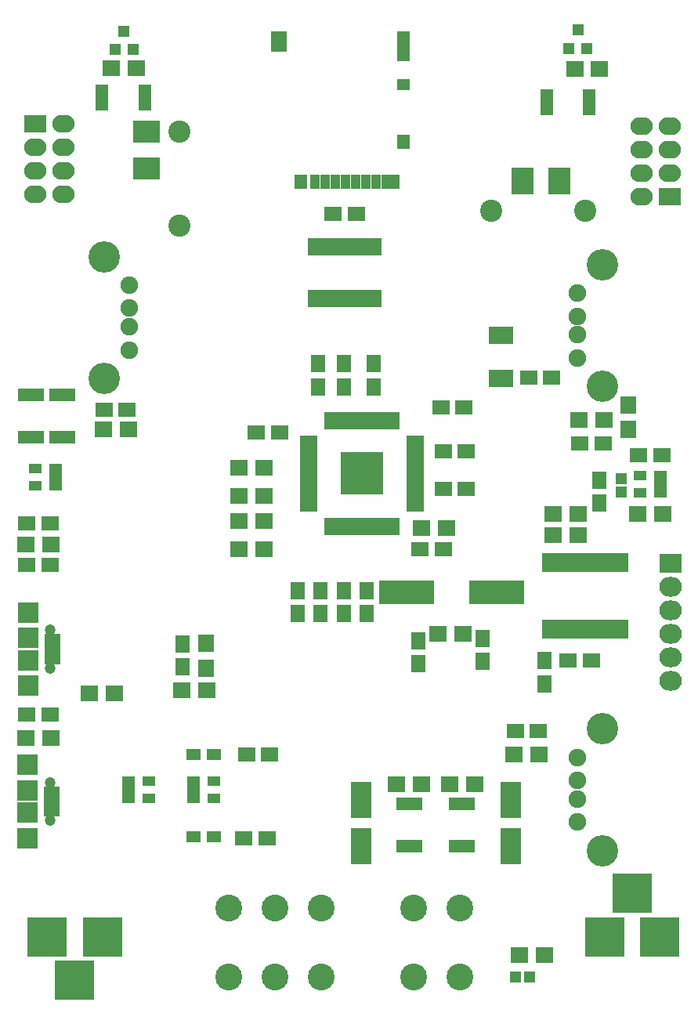
<source format=gts>
G04 #@! TF.FileFunction,Soldermask,Top*
%FSLAX46Y46*%
G04 Gerber Fmt 4.6, Leading zero omitted, Abs format (unit mm)*
G04 Created by KiCad (PCBNEW 4.0.2-stable) date Friday, 14 October 2016 'pmt' 13:51:35*
%MOMM*%
G01*
G04 APERTURE LIST*
%ADD10C,0.100000*%
%ADD11R,1.460000X1.050000*%
%ADD12R,1.900000X1.650000*%
%ADD13R,1.900000X1.700000*%
%ADD14R,1.421080X0.808940*%
%ADD15R,0.699720X1.850000*%
%ADD16R,0.819100X1.870660*%
%ADD17R,1.650000X1.900000*%
%ADD18R,0.808940X1.421080*%
%ADD19R,1.700000X1.900000*%
%ADD20C,2.900000*%
%ADD21R,0.806400X2.051000*%
%ADD22R,1.200100X1.200100*%
%ADD23R,1.700000X2.300000*%
%ADD24R,1.400000X3.200000*%
%ADD25R,1.100000X1.600000*%
%ADD26R,1.400000X1.600000*%
%ADD27R,1.050000X1.600000*%
%ADD28R,1.400000X1.200000*%
%ADD29C,3.399740*%
%ADD30C,1.901140*%
%ADD31O,2.400000X1.900000*%
%ADD32R,2.400000X1.900000*%
%ADD33R,4.200000X4.200000*%
%ADD34R,2.297380X2.297380*%
%ADD35R,1.748740X0.798780*%
%ADD36R,1.746200X0.798780*%
%ADD37C,1.197560*%
%ADD38R,1.600000X1.300000*%
%ADD39R,1.900000X0.700000*%
%ADD40R,0.700000X1.900000*%
%ADD41R,4.600000X4.600000*%
%ADD42R,6.000700X2.500580*%
%ADD43C,2.398980*%
%ADD44R,2.900000X2.400000*%
%ADD45R,2.400000X2.900000*%
%ADD46R,2.432000X2.127200*%
%ADD47O,2.432000X2.127200*%
%ADD48R,1.197560X1.197560*%
%ADD49R,2.200860X3.900120*%
G04 APERTURE END LIST*
D10*
D11*
X189149520Y-86320480D03*
X189149520Y-85370480D03*
X189149520Y-84420480D03*
X186949520Y-84420480D03*
X186949520Y-86320480D03*
D12*
X186799520Y-82195480D03*
X189299520Y-82195480D03*
D13*
X186699520Y-88545480D03*
X189399520Y-88545480D03*
D14*
X128835020Y-42570388D03*
X128835020Y-43220628D03*
X128835020Y-43870868D03*
X128835020Y-44521108D03*
X133437500Y-44521108D03*
X133437500Y-43870868D03*
X133437500Y-43220628D03*
X133437500Y-42570388D03*
D15*
X172950280Y-69299240D03*
X172449900Y-69299240D03*
X171949520Y-69299240D03*
X171449140Y-69299240D03*
X170948760Y-69299240D03*
X170948760Y-73901720D03*
X171449140Y-73901720D03*
X171949520Y-73901720D03*
X172449900Y-73901720D03*
X172950280Y-73901720D03*
D16*
X155354640Y-59711400D03*
X154704400Y-59711400D03*
X154054160Y-59711400D03*
X153403920Y-59711400D03*
X157295200Y-65304480D03*
X157305360Y-59711400D03*
X156655120Y-59711400D03*
X156004880Y-59711400D03*
X152753680Y-65309560D03*
X153403920Y-65309560D03*
X154054160Y-65309560D03*
X154704400Y-65309560D03*
X155354640Y-65309560D03*
X156004880Y-65309560D03*
X152753680Y-59711400D03*
X156655120Y-65304480D03*
X157955600Y-59711400D03*
X152103440Y-59711400D03*
X152103440Y-65309560D03*
X157955600Y-65309560D03*
X158603300Y-59711400D03*
X151455740Y-59711400D03*
X151455740Y-65309560D03*
X158603300Y-65309560D03*
D17*
X137559520Y-102630480D03*
X137559520Y-105130480D03*
X176619520Y-104440480D03*
X176619520Y-106940480D03*
D12*
X182949520Y-80925480D03*
X180449520Y-80925480D03*
X129050000Y-77350960D03*
X131550000Y-77350960D03*
X153779520Y-56160480D03*
X156279520Y-56160480D03*
X179179520Y-104420480D03*
X181679520Y-104420480D03*
D17*
X182575200Y-87406800D03*
X182575200Y-84906800D03*
D13*
X127449520Y-108000480D03*
X130149520Y-108000480D03*
D18*
X162989880Y-119899240D03*
X162339640Y-119899240D03*
X161689400Y-119899240D03*
X161039160Y-119899240D03*
X161039160Y-124501720D03*
X161689400Y-124501720D03*
X162339640Y-124501720D03*
X162989880Y-124501720D03*
X168704880Y-119899240D03*
X168054640Y-119899240D03*
X167404400Y-119899240D03*
X166754160Y-119899240D03*
X166754160Y-124501720D03*
X167404400Y-124501720D03*
X168054640Y-124501720D03*
X168704880Y-124501720D03*
D14*
X181460760Y-45070840D03*
X181460760Y-44420600D03*
X181460760Y-43770360D03*
X181460760Y-43120120D03*
X176858280Y-43120120D03*
X176858280Y-43770360D03*
X176858280Y-44420600D03*
X176858280Y-45070840D03*
D19*
X140099520Y-102530480D03*
X140099520Y-105230480D03*
D13*
X183049520Y-78385480D03*
X180349520Y-78385480D03*
X128950000Y-79450960D03*
X131650000Y-79450960D03*
X180299520Y-88600480D03*
X177599520Y-88600480D03*
X163364520Y-117755480D03*
X160664520Y-117755480D03*
X166379520Y-117755480D03*
X169079520Y-117755480D03*
D20*
X167529520Y-131150480D03*
X152529520Y-131150480D03*
X147529520Y-131150480D03*
X142529520Y-131150480D03*
X142529520Y-138600480D03*
X147529520Y-138600480D03*
X152529520Y-138600480D03*
X167519520Y-138660480D03*
X162529520Y-131150480D03*
X162529520Y-138600480D03*
D21*
X181389640Y-93836300D03*
X180739400Y-93836300D03*
X180089160Y-93836300D03*
X179438920Y-93836300D03*
X183340360Y-101034660D03*
X183340360Y-93836300D03*
X182690120Y-93836300D03*
X182039880Y-93836300D03*
X178788680Y-101034660D03*
X179438920Y-101034660D03*
X180089160Y-101034660D03*
X180739400Y-101034660D03*
X181389640Y-101034660D03*
X182039880Y-101034660D03*
X178788680Y-93836300D03*
X182690120Y-101034660D03*
X183990600Y-101034660D03*
X184638300Y-101034660D03*
X185288540Y-101034660D03*
X185288540Y-93836300D03*
X184638300Y-93836300D03*
X183990600Y-93836300D03*
X178138440Y-93836300D03*
X177490740Y-93836300D03*
X176840500Y-93836300D03*
X176840500Y-101034660D03*
X177490740Y-101034660D03*
X178138440Y-101034660D03*
D22*
X130249520Y-38401240D03*
X132149520Y-38401240D03*
X131199520Y-36402260D03*
X179300000Y-38250760D03*
X181200000Y-38250760D03*
X180250000Y-36251780D03*
D13*
X129849520Y-40400480D03*
X132549520Y-40400480D03*
X182600000Y-40500000D03*
X179900000Y-40500000D03*
D18*
X123524160Y-80301720D03*
X124174400Y-80301720D03*
X124824640Y-80301720D03*
X125474880Y-80301720D03*
X125474880Y-75699240D03*
X124824640Y-75699240D03*
X124174400Y-75699240D03*
X123524160Y-75699240D03*
X120124160Y-80301720D03*
X120774400Y-80301720D03*
X121424640Y-80301720D03*
X122074880Y-80301720D03*
X122074880Y-75699240D03*
X121424640Y-75699240D03*
X120774400Y-75699240D03*
X120124160Y-75699240D03*
D13*
X180299520Y-90850480D03*
X177599520Y-90850480D03*
D11*
X123799520Y-85550480D03*
X123799520Y-84600480D03*
X123799520Y-83650480D03*
X121599520Y-83650480D03*
X121599520Y-85550480D03*
D12*
X120670000Y-110236000D03*
X123170000Y-110236000D03*
X175964520Y-112040480D03*
X173464520Y-112040480D03*
D23*
X147929520Y-37555480D03*
D24*
X161429520Y-38005480D03*
D25*
X151829520Y-52655480D03*
X152929520Y-52655480D03*
X154029520Y-52655480D03*
X155129520Y-52655480D03*
X156229520Y-52655480D03*
X157329520Y-52655480D03*
X158429520Y-52655480D03*
X159529520Y-52655480D03*
D26*
X150279520Y-52655480D03*
D27*
X160479520Y-52655480D03*
D28*
X161429520Y-42155480D03*
D26*
X161429520Y-48355480D03*
D29*
X182865380Y-74796460D03*
X182865380Y-61654500D03*
D30*
X180155200Y-71725600D03*
X180155200Y-69226240D03*
X180155200Y-67224720D03*
X180155200Y-64725360D03*
D29*
X129029140Y-60779020D03*
X129029140Y-73920980D03*
D30*
X131739320Y-63849880D03*
X131739320Y-66349240D03*
X131739320Y-68350760D03*
X131739320Y-70850120D03*
D31*
X187164520Y-46635480D03*
X190204520Y-46635480D03*
D32*
X190204520Y-54255480D03*
D31*
X187164520Y-54255480D03*
X190204520Y-51715480D03*
X187164520Y-51715480D03*
X190204520Y-49175480D03*
X187164520Y-49175480D03*
X124670000Y-54010000D03*
X121630000Y-54010000D03*
D32*
X121630000Y-46390000D03*
D31*
X124670000Y-46390000D03*
X121630000Y-48930000D03*
X124670000Y-48930000D03*
X121630000Y-51470000D03*
X124670000Y-51470000D03*
D33*
X183119380Y-134265480D03*
X189118860Y-134265480D03*
X186119120Y-129566480D03*
D29*
X182865380Y-124961460D03*
X182865380Y-111819500D03*
D30*
X180155200Y-121890600D03*
X180155200Y-119391240D03*
X180155200Y-117389720D03*
X180155200Y-114890360D03*
D34*
X120739520Y-118461600D03*
X120739520Y-120859360D03*
X120739520Y-123610180D03*
X120739520Y-115710780D03*
D35*
X123414140Y-118360000D03*
D36*
X123414140Y-119012780D03*
X123414140Y-119660480D03*
X123414140Y-120308180D03*
X123414140Y-120960960D03*
D37*
X123189520Y-121710480D03*
X123189520Y-117610480D03*
D33*
X128844660Y-134265480D03*
X122845180Y-134265480D03*
X125844920Y-138964480D03*
D13*
X120570000Y-112776000D03*
X123270000Y-112776000D03*
X176064520Y-114580480D03*
X173364520Y-114580480D03*
D12*
X120699520Y-89600480D03*
X123199520Y-89600480D03*
X120699520Y-94100480D03*
X123199520Y-94100480D03*
D17*
X149949520Y-99350480D03*
X149949520Y-96850480D03*
X152449520Y-96850480D03*
X152449520Y-99350480D03*
D12*
X147999520Y-79770480D03*
X145499520Y-79770480D03*
X165699520Y-85850480D03*
X168199520Y-85850480D03*
D17*
X169989520Y-102036480D03*
X169989520Y-104536480D03*
X154949520Y-96850480D03*
X154949520Y-99350480D03*
D12*
X165699520Y-81850480D03*
X168199520Y-81850480D03*
D17*
X158199520Y-74850480D03*
X158199520Y-72350480D03*
D12*
X163199520Y-92350480D03*
X165699520Y-92350480D03*
D17*
X154949520Y-74850480D03*
X154949520Y-72350480D03*
D12*
X165449520Y-77100480D03*
X167949520Y-77100480D03*
D17*
X162989520Y-102286480D03*
X162989520Y-104786480D03*
X152199520Y-74850480D03*
X152199520Y-72350480D03*
D12*
X144149520Y-123600480D03*
X146649520Y-123600480D03*
D17*
X157449520Y-96850480D03*
X157449520Y-99350480D03*
D12*
X144449520Y-114600480D03*
X146949520Y-114600480D03*
D38*
X138689520Y-123470480D03*
X140889520Y-123470480D03*
X138689520Y-114580480D03*
X140889520Y-114580480D03*
D13*
X137449520Y-107600480D03*
X140149520Y-107600480D03*
X123299520Y-91850480D03*
X120599520Y-91850480D03*
X143599520Y-89350480D03*
X146299520Y-89350480D03*
X143599520Y-92350480D03*
X146299520Y-92350480D03*
X143599520Y-86600480D03*
X146299520Y-86600480D03*
X166049520Y-90100480D03*
X163349520Y-90100480D03*
X143599520Y-83600480D03*
X146299520Y-83600480D03*
X167839520Y-101536480D03*
X165139520Y-101536480D03*
D39*
X151159520Y-80465480D03*
X151159520Y-80965480D03*
X151159520Y-81465480D03*
X151159520Y-81965480D03*
X151159520Y-82465480D03*
X151159520Y-82965480D03*
X151159520Y-83465480D03*
X151159520Y-83965480D03*
X151159520Y-84465480D03*
X151159520Y-84965480D03*
X151159520Y-85465480D03*
X151159520Y-85965480D03*
X151159520Y-86465480D03*
X151159520Y-86965480D03*
X151159520Y-87465480D03*
X151159520Y-87965480D03*
D40*
X153159520Y-89965480D03*
X153659520Y-89965480D03*
X154159520Y-89965480D03*
X154659520Y-89965480D03*
X155159520Y-89965480D03*
X155659520Y-89965480D03*
X156159520Y-89965480D03*
X156659520Y-89965480D03*
X157159520Y-89965480D03*
X157659520Y-89965480D03*
X158159520Y-89965480D03*
X158659520Y-89965480D03*
X159159520Y-89965480D03*
X159659520Y-89965480D03*
X160159520Y-89965480D03*
X160659520Y-89965480D03*
D39*
X162659520Y-87965480D03*
X162659520Y-87465480D03*
X162659520Y-86965480D03*
X162659520Y-86465480D03*
X162659520Y-85965480D03*
X162659520Y-85465480D03*
X162659520Y-84965480D03*
X162659520Y-84465480D03*
X162659520Y-83965480D03*
X162659520Y-83465480D03*
X162659520Y-82965480D03*
X162659520Y-82465480D03*
X162659520Y-81965480D03*
X162659520Y-81465480D03*
X162659520Y-80965480D03*
X162659520Y-80465480D03*
D40*
X160659520Y-78465480D03*
X160159520Y-78465480D03*
X159659520Y-78465480D03*
X159159520Y-78465480D03*
X158659520Y-78465480D03*
X158159520Y-78465480D03*
X157659520Y-78465480D03*
X157159520Y-78465480D03*
X156659520Y-78465480D03*
X156159520Y-78465480D03*
X155659520Y-78465480D03*
X155159520Y-78465480D03*
X154659520Y-78465480D03*
X154159520Y-78465480D03*
X153659520Y-78465480D03*
X153159520Y-78465480D03*
D41*
X156909520Y-84215480D03*
D11*
X131704520Y-117440480D03*
X131704520Y-118390480D03*
X131704520Y-119340480D03*
X133904520Y-119340480D03*
X133904520Y-117440480D03*
X138689520Y-117440480D03*
X138689520Y-118390480D03*
X138689520Y-119340480D03*
X140889520Y-119340480D03*
X140889520Y-117440480D03*
D34*
X120799520Y-102001600D03*
X120799520Y-104399360D03*
X120799520Y-107150180D03*
X120799520Y-99250780D03*
D35*
X123474140Y-101900000D03*
D36*
X123474140Y-102552780D03*
X123474140Y-103200480D03*
X123474140Y-103848180D03*
X123474140Y-104500960D03*
D37*
X123249520Y-105250480D03*
X123249520Y-101150480D03*
D12*
X174924400Y-73863200D03*
X177424400Y-73863200D03*
D42*
X171472860Y-97028000D03*
X161775140Y-97028000D03*
D43*
X137160000Y-57404000D03*
X137160000Y-47244000D03*
D44*
X133604000Y-51276000D03*
X133604000Y-47276000D03*
D43*
X181051200Y-55778400D03*
X170891200Y-55778400D03*
D45*
X178276000Y-52578000D03*
X174276000Y-52578000D03*
D46*
X190246000Y-93878400D03*
D47*
X190246000Y-96418400D03*
X190246000Y-98958400D03*
X190246000Y-101498400D03*
X190246000Y-104038400D03*
X190246000Y-106578400D03*
D48*
X184962800Y-86245700D03*
X184962800Y-84747100D03*
X173545500Y-138633200D03*
X175044100Y-138633200D03*
D19*
X185724800Y-76780400D03*
X185724800Y-79480400D03*
D13*
X173910000Y-136245600D03*
X176610000Y-136245600D03*
D49*
X156800000Y-124499360D03*
X156800000Y-119500640D03*
X173000000Y-124499360D03*
X173000000Y-119500640D03*
M02*

</source>
